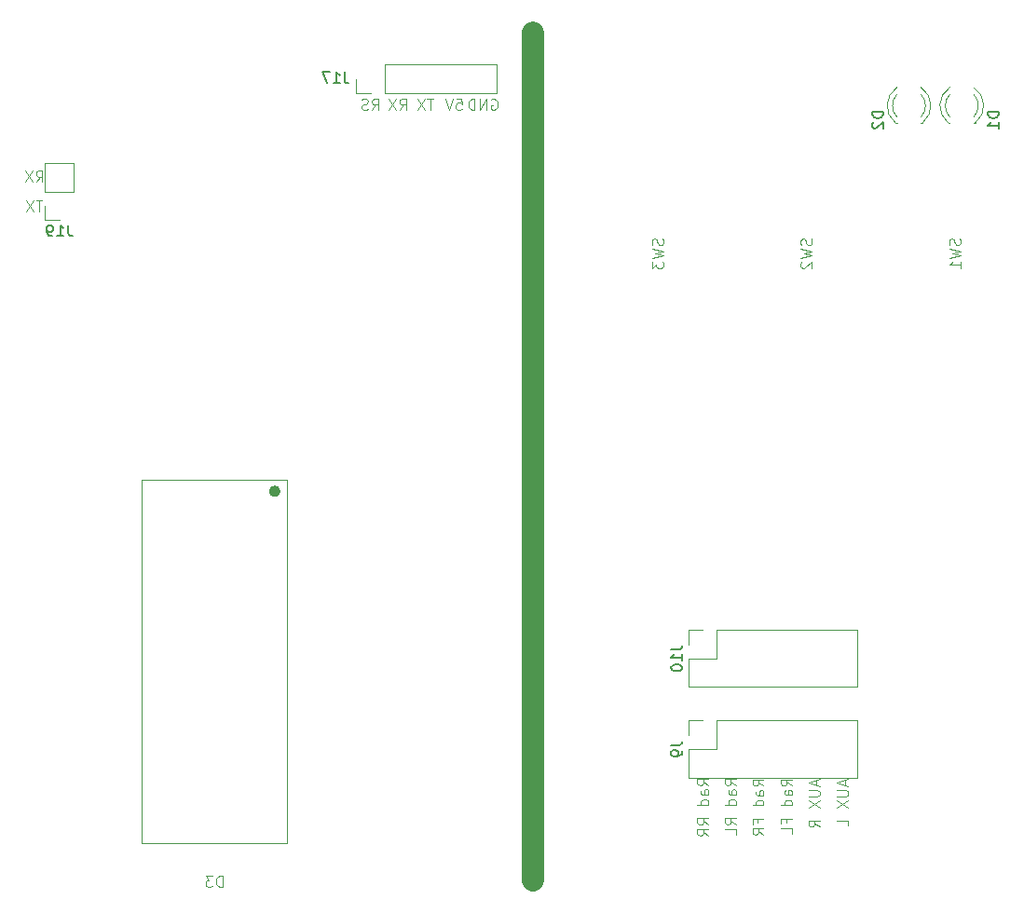
<source format=gbr>
%TF.GenerationSoftware,KiCad,Pcbnew,8.0.4-8.0.4-0~ubuntu24.04.1*%
%TF.CreationDate,2024-08-22T20:04:32-04:00*%
%TF.ProjectId,carinterface,63617269-6e74-4657-9266-6163652e6b69,rev?*%
%TF.SameCoordinates,Original*%
%TF.FileFunction,Legend,Bot*%
%TF.FilePolarity,Positive*%
%FSLAX46Y46*%
G04 Gerber Fmt 4.6, Leading zero omitted, Abs format (unit mm)*
G04 Created by KiCad (PCBNEW 8.0.4-8.0.4-0~ubuntu24.04.1) date 2024-08-22 20:04:32*
%MOMM*%
%LPD*%
G01*
G04 APERTURE LIST*
%ADD10C,2.000000*%
%ADD11C,0.100000*%
%ADD12C,0.150000*%
%ADD13C,0.120000*%
%ADD14C,0.550000*%
G04 APERTURE END LIST*
D10*
X72100000Y-37040000D02*
X72100000Y-114040000D01*
D11*
X63084836Y-43012419D02*
X62513408Y-43012419D01*
X62799122Y-44012419D02*
X62799122Y-43012419D01*
X62275312Y-43012419D02*
X61608646Y-44012419D01*
X61608646Y-43012419D02*
X62275312Y-44012419D01*
X93072419Y-105455162D02*
X92596228Y-105121829D01*
X93072419Y-104883734D02*
X92072419Y-104883734D01*
X92072419Y-104883734D02*
X92072419Y-105264686D01*
X92072419Y-105264686D02*
X92120038Y-105359924D01*
X92120038Y-105359924D02*
X92167657Y-105407543D01*
X92167657Y-105407543D02*
X92262895Y-105455162D01*
X92262895Y-105455162D02*
X92405752Y-105455162D01*
X92405752Y-105455162D02*
X92500990Y-105407543D01*
X92500990Y-105407543D02*
X92548609Y-105359924D01*
X92548609Y-105359924D02*
X92596228Y-105264686D01*
X92596228Y-105264686D02*
X92596228Y-104883734D01*
X93072419Y-106312305D02*
X92548609Y-106312305D01*
X92548609Y-106312305D02*
X92453371Y-106264686D01*
X92453371Y-106264686D02*
X92405752Y-106169448D01*
X92405752Y-106169448D02*
X92405752Y-105978972D01*
X92405752Y-105978972D02*
X92453371Y-105883734D01*
X93024800Y-106312305D02*
X93072419Y-106217067D01*
X93072419Y-106217067D02*
X93072419Y-105978972D01*
X93072419Y-105978972D02*
X93024800Y-105883734D01*
X93024800Y-105883734D02*
X92929561Y-105836115D01*
X92929561Y-105836115D02*
X92834323Y-105836115D01*
X92834323Y-105836115D02*
X92739085Y-105883734D01*
X92739085Y-105883734D02*
X92691466Y-105978972D01*
X92691466Y-105978972D02*
X92691466Y-106217067D01*
X92691466Y-106217067D02*
X92643847Y-106312305D01*
X93072419Y-107217067D02*
X92072419Y-107217067D01*
X93024800Y-107217067D02*
X93072419Y-107121829D01*
X93072419Y-107121829D02*
X93072419Y-106931353D01*
X93072419Y-106931353D02*
X93024800Y-106836115D01*
X93024800Y-106836115D02*
X92977180Y-106788496D01*
X92977180Y-106788496D02*
X92881942Y-106740877D01*
X92881942Y-106740877D02*
X92596228Y-106740877D01*
X92596228Y-106740877D02*
X92500990Y-106788496D01*
X92500990Y-106788496D02*
X92453371Y-106836115D01*
X92453371Y-106836115D02*
X92405752Y-106931353D01*
X92405752Y-106931353D02*
X92405752Y-107121829D01*
X92405752Y-107121829D02*
X92453371Y-107217067D01*
X92548609Y-108788496D02*
X92548609Y-108455163D01*
X93072419Y-108455163D02*
X92072419Y-108455163D01*
X92072419Y-108455163D02*
X92072419Y-108931353D01*
X93072419Y-109883734D02*
X92596228Y-109550401D01*
X93072419Y-109312306D02*
X92072419Y-109312306D01*
X92072419Y-109312306D02*
X92072419Y-109693258D01*
X92072419Y-109693258D02*
X92120038Y-109788496D01*
X92120038Y-109788496D02*
X92167657Y-109836115D01*
X92167657Y-109836115D02*
X92262895Y-109883734D01*
X92262895Y-109883734D02*
X92405752Y-109883734D01*
X92405752Y-109883734D02*
X92500990Y-109836115D01*
X92500990Y-109836115D02*
X92548609Y-109788496D01*
X92548609Y-109788496D02*
X92596228Y-109693258D01*
X92596228Y-109693258D02*
X92596228Y-109312306D01*
X97886704Y-104945639D02*
X97886704Y-105421829D01*
X98172419Y-104850401D02*
X97172419Y-105183734D01*
X97172419Y-105183734D02*
X98172419Y-105517067D01*
X97172419Y-105850401D02*
X97981942Y-105850401D01*
X97981942Y-105850401D02*
X98077180Y-105898020D01*
X98077180Y-105898020D02*
X98124800Y-105945639D01*
X98124800Y-105945639D02*
X98172419Y-106040877D01*
X98172419Y-106040877D02*
X98172419Y-106231353D01*
X98172419Y-106231353D02*
X98124800Y-106326591D01*
X98124800Y-106326591D02*
X98077180Y-106374210D01*
X98077180Y-106374210D02*
X97981942Y-106421829D01*
X97981942Y-106421829D02*
X97172419Y-106421829D01*
X97172419Y-106802782D02*
X98172419Y-107469448D01*
X97172419Y-107469448D02*
X98172419Y-106802782D01*
X98172419Y-109183734D02*
X97696228Y-108850401D01*
X98172419Y-108612306D02*
X97172419Y-108612306D01*
X97172419Y-108612306D02*
X97172419Y-108993258D01*
X97172419Y-108993258D02*
X97220038Y-109088496D01*
X97220038Y-109088496D02*
X97267657Y-109136115D01*
X97267657Y-109136115D02*
X97362895Y-109183734D01*
X97362895Y-109183734D02*
X97505752Y-109183734D01*
X97505752Y-109183734D02*
X97600990Y-109136115D01*
X97600990Y-109136115D02*
X97648609Y-109088496D01*
X97648609Y-109088496D02*
X97696228Y-108993258D01*
X97696228Y-108993258D02*
X97696228Y-108612306D01*
X26968670Y-50562920D02*
X27302003Y-50086729D01*
X27540098Y-50562920D02*
X27540098Y-49562920D01*
X27540098Y-49562920D02*
X27159146Y-49562920D01*
X27159146Y-49562920D02*
X27063908Y-49610539D01*
X27063908Y-49610539D02*
X27016289Y-49658158D01*
X27016289Y-49658158D02*
X26968670Y-49753396D01*
X26968670Y-49753396D02*
X26968670Y-49896253D01*
X26968670Y-49896253D02*
X27016289Y-49991491D01*
X27016289Y-49991491D02*
X27063908Y-50039110D01*
X27063908Y-50039110D02*
X27159146Y-50086729D01*
X27159146Y-50086729D02*
X27540098Y-50086729D01*
X26635336Y-49562920D02*
X25968670Y-50562920D01*
X25968670Y-49562920D02*
X26635336Y-50562920D01*
X90572419Y-105402781D02*
X90096228Y-105069448D01*
X90572419Y-104831353D02*
X89572419Y-104831353D01*
X89572419Y-104831353D02*
X89572419Y-105212305D01*
X89572419Y-105212305D02*
X89620038Y-105307543D01*
X89620038Y-105307543D02*
X89667657Y-105355162D01*
X89667657Y-105355162D02*
X89762895Y-105402781D01*
X89762895Y-105402781D02*
X89905752Y-105402781D01*
X89905752Y-105402781D02*
X90000990Y-105355162D01*
X90000990Y-105355162D02*
X90048609Y-105307543D01*
X90048609Y-105307543D02*
X90096228Y-105212305D01*
X90096228Y-105212305D02*
X90096228Y-104831353D01*
X90572419Y-106259924D02*
X90048609Y-106259924D01*
X90048609Y-106259924D02*
X89953371Y-106212305D01*
X89953371Y-106212305D02*
X89905752Y-106117067D01*
X89905752Y-106117067D02*
X89905752Y-105926591D01*
X89905752Y-105926591D02*
X89953371Y-105831353D01*
X90524800Y-106259924D02*
X90572419Y-106164686D01*
X90572419Y-106164686D02*
X90572419Y-105926591D01*
X90572419Y-105926591D02*
X90524800Y-105831353D01*
X90524800Y-105831353D02*
X90429561Y-105783734D01*
X90429561Y-105783734D02*
X90334323Y-105783734D01*
X90334323Y-105783734D02*
X90239085Y-105831353D01*
X90239085Y-105831353D02*
X90191466Y-105926591D01*
X90191466Y-105926591D02*
X90191466Y-106164686D01*
X90191466Y-106164686D02*
X90143847Y-106259924D01*
X90572419Y-107164686D02*
X89572419Y-107164686D01*
X90524800Y-107164686D02*
X90572419Y-107069448D01*
X90572419Y-107069448D02*
X90572419Y-106878972D01*
X90572419Y-106878972D02*
X90524800Y-106783734D01*
X90524800Y-106783734D02*
X90477180Y-106736115D01*
X90477180Y-106736115D02*
X90381942Y-106688496D01*
X90381942Y-106688496D02*
X90096228Y-106688496D01*
X90096228Y-106688496D02*
X90000990Y-106736115D01*
X90000990Y-106736115D02*
X89953371Y-106783734D01*
X89953371Y-106783734D02*
X89905752Y-106878972D01*
X89905752Y-106878972D02*
X89905752Y-107069448D01*
X89905752Y-107069448D02*
X89953371Y-107164686D01*
X90572419Y-108974210D02*
X90096228Y-108640877D01*
X90572419Y-108402782D02*
X89572419Y-108402782D01*
X89572419Y-108402782D02*
X89572419Y-108783734D01*
X89572419Y-108783734D02*
X89620038Y-108878972D01*
X89620038Y-108878972D02*
X89667657Y-108926591D01*
X89667657Y-108926591D02*
X89762895Y-108974210D01*
X89762895Y-108974210D02*
X89905752Y-108974210D01*
X89905752Y-108974210D02*
X90000990Y-108926591D01*
X90000990Y-108926591D02*
X90048609Y-108878972D01*
X90048609Y-108878972D02*
X90096228Y-108783734D01*
X90096228Y-108783734D02*
X90096228Y-108402782D01*
X90572419Y-109878972D02*
X90572419Y-109402782D01*
X90572419Y-109402782D02*
X89572419Y-109402782D01*
X60008646Y-44012419D02*
X60341979Y-43536228D01*
X60580074Y-44012419D02*
X60580074Y-43012419D01*
X60580074Y-43012419D02*
X60199122Y-43012419D01*
X60199122Y-43012419D02*
X60103884Y-43060038D01*
X60103884Y-43060038D02*
X60056265Y-43107657D01*
X60056265Y-43107657D02*
X60008646Y-43202895D01*
X60008646Y-43202895D02*
X60008646Y-43345752D01*
X60008646Y-43345752D02*
X60056265Y-43440990D01*
X60056265Y-43440990D02*
X60103884Y-43488609D01*
X60103884Y-43488609D02*
X60199122Y-43536228D01*
X60199122Y-43536228D02*
X60580074Y-43536228D01*
X59675312Y-43012419D02*
X59008646Y-44012419D01*
X59008646Y-43012419D02*
X59675312Y-44012419D01*
X100486704Y-104936115D02*
X100486704Y-105412305D01*
X100772419Y-104840877D02*
X99772419Y-105174210D01*
X99772419Y-105174210D02*
X100772419Y-105507543D01*
X99772419Y-105840877D02*
X100581942Y-105840877D01*
X100581942Y-105840877D02*
X100677180Y-105888496D01*
X100677180Y-105888496D02*
X100724800Y-105936115D01*
X100724800Y-105936115D02*
X100772419Y-106031353D01*
X100772419Y-106031353D02*
X100772419Y-106221829D01*
X100772419Y-106221829D02*
X100724800Y-106317067D01*
X100724800Y-106317067D02*
X100677180Y-106364686D01*
X100677180Y-106364686D02*
X100581942Y-106412305D01*
X100581942Y-106412305D02*
X99772419Y-106412305D01*
X99772419Y-106793258D02*
X100772419Y-107459924D01*
X99772419Y-107459924D02*
X100772419Y-106793258D01*
X100772419Y-109078972D02*
X100772419Y-108602782D01*
X100772419Y-108602782D02*
X99772419Y-108602782D01*
X68351503Y-43060038D02*
X68446741Y-43012419D01*
X68446741Y-43012419D02*
X68589598Y-43012419D01*
X68589598Y-43012419D02*
X68732455Y-43060038D01*
X68732455Y-43060038D02*
X68827693Y-43155276D01*
X68827693Y-43155276D02*
X68875312Y-43250514D01*
X68875312Y-43250514D02*
X68922931Y-43440990D01*
X68922931Y-43440990D02*
X68922931Y-43583847D01*
X68922931Y-43583847D02*
X68875312Y-43774323D01*
X68875312Y-43774323D02*
X68827693Y-43869561D01*
X68827693Y-43869561D02*
X68732455Y-43964800D01*
X68732455Y-43964800D02*
X68589598Y-44012419D01*
X68589598Y-44012419D02*
X68494360Y-44012419D01*
X68494360Y-44012419D02*
X68351503Y-43964800D01*
X68351503Y-43964800D02*
X68303884Y-43917180D01*
X68303884Y-43917180D02*
X68303884Y-43583847D01*
X68303884Y-43583847D02*
X68494360Y-43583847D01*
X67875312Y-44012419D02*
X67875312Y-43012419D01*
X67875312Y-43012419D02*
X67303884Y-44012419D01*
X67303884Y-44012419D02*
X67303884Y-43012419D01*
X66827693Y-44012419D02*
X66827693Y-43012419D01*
X66827693Y-43012419D02*
X66589598Y-43012419D01*
X66589598Y-43012419D02*
X66446741Y-43060038D01*
X66446741Y-43060038D02*
X66351503Y-43155276D01*
X66351503Y-43155276D02*
X66303884Y-43250514D01*
X66303884Y-43250514D02*
X66256265Y-43440990D01*
X66256265Y-43440990D02*
X66256265Y-43583847D01*
X66256265Y-43583847D02*
X66303884Y-43774323D01*
X66303884Y-43774323D02*
X66351503Y-43869561D01*
X66351503Y-43869561D02*
X66446741Y-43964800D01*
X66446741Y-43964800D02*
X66589598Y-44012419D01*
X66589598Y-44012419D02*
X66827693Y-44012419D01*
X88072419Y-105412305D02*
X87596228Y-105078972D01*
X88072419Y-104840877D02*
X87072419Y-104840877D01*
X87072419Y-104840877D02*
X87072419Y-105221829D01*
X87072419Y-105221829D02*
X87120038Y-105317067D01*
X87120038Y-105317067D02*
X87167657Y-105364686D01*
X87167657Y-105364686D02*
X87262895Y-105412305D01*
X87262895Y-105412305D02*
X87405752Y-105412305D01*
X87405752Y-105412305D02*
X87500990Y-105364686D01*
X87500990Y-105364686D02*
X87548609Y-105317067D01*
X87548609Y-105317067D02*
X87596228Y-105221829D01*
X87596228Y-105221829D02*
X87596228Y-104840877D01*
X88072419Y-106269448D02*
X87548609Y-106269448D01*
X87548609Y-106269448D02*
X87453371Y-106221829D01*
X87453371Y-106221829D02*
X87405752Y-106126591D01*
X87405752Y-106126591D02*
X87405752Y-105936115D01*
X87405752Y-105936115D02*
X87453371Y-105840877D01*
X88024800Y-106269448D02*
X88072419Y-106174210D01*
X88072419Y-106174210D02*
X88072419Y-105936115D01*
X88072419Y-105936115D02*
X88024800Y-105840877D01*
X88024800Y-105840877D02*
X87929561Y-105793258D01*
X87929561Y-105793258D02*
X87834323Y-105793258D01*
X87834323Y-105793258D02*
X87739085Y-105840877D01*
X87739085Y-105840877D02*
X87691466Y-105936115D01*
X87691466Y-105936115D02*
X87691466Y-106174210D01*
X87691466Y-106174210D02*
X87643847Y-106269448D01*
X88072419Y-107174210D02*
X87072419Y-107174210D01*
X88024800Y-107174210D02*
X88072419Y-107078972D01*
X88072419Y-107078972D02*
X88072419Y-106888496D01*
X88072419Y-106888496D02*
X88024800Y-106793258D01*
X88024800Y-106793258D02*
X87977180Y-106745639D01*
X87977180Y-106745639D02*
X87881942Y-106698020D01*
X87881942Y-106698020D02*
X87596228Y-106698020D01*
X87596228Y-106698020D02*
X87500990Y-106745639D01*
X87500990Y-106745639D02*
X87453371Y-106793258D01*
X87453371Y-106793258D02*
X87405752Y-106888496D01*
X87405752Y-106888496D02*
X87405752Y-107078972D01*
X87405752Y-107078972D02*
X87453371Y-107174210D01*
X88072419Y-108983734D02*
X87596228Y-108650401D01*
X88072419Y-108412306D02*
X87072419Y-108412306D01*
X87072419Y-108412306D02*
X87072419Y-108793258D01*
X87072419Y-108793258D02*
X87120038Y-108888496D01*
X87120038Y-108888496D02*
X87167657Y-108936115D01*
X87167657Y-108936115D02*
X87262895Y-108983734D01*
X87262895Y-108983734D02*
X87405752Y-108983734D01*
X87405752Y-108983734D02*
X87500990Y-108936115D01*
X87500990Y-108936115D02*
X87548609Y-108888496D01*
X87548609Y-108888496D02*
X87596228Y-108793258D01*
X87596228Y-108793258D02*
X87596228Y-108412306D01*
X88072419Y-109983734D02*
X87596228Y-109650401D01*
X88072419Y-109412306D02*
X87072419Y-109412306D01*
X87072419Y-109412306D02*
X87072419Y-109793258D01*
X87072419Y-109793258D02*
X87120038Y-109888496D01*
X87120038Y-109888496D02*
X87167657Y-109936115D01*
X87167657Y-109936115D02*
X87262895Y-109983734D01*
X87262895Y-109983734D02*
X87405752Y-109983734D01*
X87405752Y-109983734D02*
X87500990Y-109936115D01*
X87500990Y-109936115D02*
X87548609Y-109888496D01*
X87548609Y-109888496D02*
X87596228Y-109793258D01*
X87596228Y-109793258D02*
X87596228Y-109412306D01*
X57508646Y-44012419D02*
X57841979Y-43536228D01*
X58080074Y-44012419D02*
X58080074Y-43012419D01*
X58080074Y-43012419D02*
X57699122Y-43012419D01*
X57699122Y-43012419D02*
X57603884Y-43060038D01*
X57603884Y-43060038D02*
X57556265Y-43107657D01*
X57556265Y-43107657D02*
X57508646Y-43202895D01*
X57508646Y-43202895D02*
X57508646Y-43345752D01*
X57508646Y-43345752D02*
X57556265Y-43440990D01*
X57556265Y-43440990D02*
X57603884Y-43488609D01*
X57603884Y-43488609D02*
X57699122Y-43536228D01*
X57699122Y-43536228D02*
X58080074Y-43536228D01*
X57127693Y-43964800D02*
X56984836Y-44012419D01*
X56984836Y-44012419D02*
X56746741Y-44012419D01*
X56746741Y-44012419D02*
X56651503Y-43964800D01*
X56651503Y-43964800D02*
X56603884Y-43917180D01*
X56603884Y-43917180D02*
X56556265Y-43821942D01*
X56556265Y-43821942D02*
X56556265Y-43726704D01*
X56556265Y-43726704D02*
X56603884Y-43631466D01*
X56603884Y-43631466D02*
X56651503Y-43583847D01*
X56651503Y-43583847D02*
X56746741Y-43536228D01*
X56746741Y-43536228D02*
X56937217Y-43488609D01*
X56937217Y-43488609D02*
X57032455Y-43440990D01*
X57032455Y-43440990D02*
X57080074Y-43393371D01*
X57080074Y-43393371D02*
X57127693Y-43298133D01*
X57127693Y-43298133D02*
X57127693Y-43202895D01*
X57127693Y-43202895D02*
X57080074Y-43107657D01*
X57080074Y-43107657D02*
X57032455Y-43060038D01*
X57032455Y-43060038D02*
X56937217Y-43012419D01*
X56937217Y-43012419D02*
X56699122Y-43012419D01*
X56699122Y-43012419D02*
X56556265Y-43060038D01*
X27544860Y-52262920D02*
X26973432Y-52262920D01*
X27259146Y-53262920D02*
X27259146Y-52262920D01*
X26735336Y-52262920D02*
X26068670Y-53262920D01*
X26068670Y-52262920D02*
X26735336Y-53262920D01*
X95672419Y-105445638D02*
X95196228Y-105112305D01*
X95672419Y-104874210D02*
X94672419Y-104874210D01*
X94672419Y-104874210D02*
X94672419Y-105255162D01*
X94672419Y-105255162D02*
X94720038Y-105350400D01*
X94720038Y-105350400D02*
X94767657Y-105398019D01*
X94767657Y-105398019D02*
X94862895Y-105445638D01*
X94862895Y-105445638D02*
X95005752Y-105445638D01*
X95005752Y-105445638D02*
X95100990Y-105398019D01*
X95100990Y-105398019D02*
X95148609Y-105350400D01*
X95148609Y-105350400D02*
X95196228Y-105255162D01*
X95196228Y-105255162D02*
X95196228Y-104874210D01*
X95672419Y-106302781D02*
X95148609Y-106302781D01*
X95148609Y-106302781D02*
X95053371Y-106255162D01*
X95053371Y-106255162D02*
X95005752Y-106159924D01*
X95005752Y-106159924D02*
X95005752Y-105969448D01*
X95005752Y-105969448D02*
X95053371Y-105874210D01*
X95624800Y-106302781D02*
X95672419Y-106207543D01*
X95672419Y-106207543D02*
X95672419Y-105969448D01*
X95672419Y-105969448D02*
X95624800Y-105874210D01*
X95624800Y-105874210D02*
X95529561Y-105826591D01*
X95529561Y-105826591D02*
X95434323Y-105826591D01*
X95434323Y-105826591D02*
X95339085Y-105874210D01*
X95339085Y-105874210D02*
X95291466Y-105969448D01*
X95291466Y-105969448D02*
X95291466Y-106207543D01*
X95291466Y-106207543D02*
X95243847Y-106302781D01*
X95672419Y-107207543D02*
X94672419Y-107207543D01*
X95624800Y-107207543D02*
X95672419Y-107112305D01*
X95672419Y-107112305D02*
X95672419Y-106921829D01*
X95672419Y-106921829D02*
X95624800Y-106826591D01*
X95624800Y-106826591D02*
X95577180Y-106778972D01*
X95577180Y-106778972D02*
X95481942Y-106731353D01*
X95481942Y-106731353D02*
X95196228Y-106731353D01*
X95196228Y-106731353D02*
X95100990Y-106778972D01*
X95100990Y-106778972D02*
X95053371Y-106826591D01*
X95053371Y-106826591D02*
X95005752Y-106921829D01*
X95005752Y-106921829D02*
X95005752Y-107112305D01*
X95005752Y-107112305D02*
X95053371Y-107207543D01*
X95148609Y-108778972D02*
X95148609Y-108445639D01*
X95672419Y-108445639D02*
X94672419Y-108445639D01*
X94672419Y-108445639D02*
X94672419Y-108921829D01*
X95672419Y-109778972D02*
X95672419Y-109302782D01*
X95672419Y-109302782D02*
X94672419Y-109302782D01*
X65161027Y-43012419D02*
X65637217Y-43012419D01*
X65637217Y-43012419D02*
X65684836Y-43488609D01*
X65684836Y-43488609D02*
X65637217Y-43440990D01*
X65637217Y-43440990D02*
X65541979Y-43393371D01*
X65541979Y-43393371D02*
X65303884Y-43393371D01*
X65303884Y-43393371D02*
X65208646Y-43440990D01*
X65208646Y-43440990D02*
X65161027Y-43488609D01*
X65161027Y-43488609D02*
X65113408Y-43583847D01*
X65113408Y-43583847D02*
X65113408Y-43821942D01*
X65113408Y-43821942D02*
X65161027Y-43917180D01*
X65161027Y-43917180D02*
X65208646Y-43964800D01*
X65208646Y-43964800D02*
X65303884Y-44012419D01*
X65303884Y-44012419D02*
X65541979Y-44012419D01*
X65541979Y-44012419D02*
X65637217Y-43964800D01*
X65637217Y-43964800D02*
X65684836Y-43917180D01*
X64827693Y-43012419D02*
X64494360Y-44012419D01*
X64494360Y-44012419D02*
X64161027Y-43012419D01*
D12*
X84684819Y-101776666D02*
X85399104Y-101776666D01*
X85399104Y-101776666D02*
X85541961Y-101729047D01*
X85541961Y-101729047D02*
X85637200Y-101633809D01*
X85637200Y-101633809D02*
X85684819Y-101490952D01*
X85684819Y-101490952D02*
X85684819Y-101395714D01*
X85684819Y-102300476D02*
X85684819Y-102490952D01*
X85684819Y-102490952D02*
X85637200Y-102586190D01*
X85637200Y-102586190D02*
X85589580Y-102633809D01*
X85589580Y-102633809D02*
X85446723Y-102729047D01*
X85446723Y-102729047D02*
X85256247Y-102776666D01*
X85256247Y-102776666D02*
X84875295Y-102776666D01*
X84875295Y-102776666D02*
X84780057Y-102729047D01*
X84780057Y-102729047D02*
X84732438Y-102681428D01*
X84732438Y-102681428D02*
X84684819Y-102586190D01*
X84684819Y-102586190D02*
X84684819Y-102395714D01*
X84684819Y-102395714D02*
X84732438Y-102300476D01*
X84732438Y-102300476D02*
X84780057Y-102252857D01*
X84780057Y-102252857D02*
X84875295Y-102205238D01*
X84875295Y-102205238D02*
X85113390Y-102205238D01*
X85113390Y-102205238D02*
X85208628Y-102252857D01*
X85208628Y-102252857D02*
X85256247Y-102300476D01*
X85256247Y-102300476D02*
X85303866Y-102395714D01*
X85303866Y-102395714D02*
X85303866Y-102586190D01*
X85303866Y-102586190D02*
X85256247Y-102681428D01*
X85256247Y-102681428D02*
X85208628Y-102729047D01*
X85208628Y-102729047D02*
X85113390Y-102776666D01*
D11*
X83909800Y-55746667D02*
X83957419Y-55889524D01*
X83957419Y-55889524D02*
X83957419Y-56127619D01*
X83957419Y-56127619D02*
X83909800Y-56222857D01*
X83909800Y-56222857D02*
X83862180Y-56270476D01*
X83862180Y-56270476D02*
X83766942Y-56318095D01*
X83766942Y-56318095D02*
X83671704Y-56318095D01*
X83671704Y-56318095D02*
X83576466Y-56270476D01*
X83576466Y-56270476D02*
X83528847Y-56222857D01*
X83528847Y-56222857D02*
X83481228Y-56127619D01*
X83481228Y-56127619D02*
X83433609Y-55937143D01*
X83433609Y-55937143D02*
X83385990Y-55841905D01*
X83385990Y-55841905D02*
X83338371Y-55794286D01*
X83338371Y-55794286D02*
X83243133Y-55746667D01*
X83243133Y-55746667D02*
X83147895Y-55746667D01*
X83147895Y-55746667D02*
X83052657Y-55794286D01*
X83052657Y-55794286D02*
X83005038Y-55841905D01*
X83005038Y-55841905D02*
X82957419Y-55937143D01*
X82957419Y-55937143D02*
X82957419Y-56175238D01*
X82957419Y-56175238D02*
X83005038Y-56318095D01*
X82957419Y-56651429D02*
X83957419Y-56889524D01*
X83957419Y-56889524D02*
X83243133Y-57080000D01*
X83243133Y-57080000D02*
X83957419Y-57270476D01*
X83957419Y-57270476D02*
X82957419Y-57508572D01*
X82957419Y-57794286D02*
X82957419Y-58413333D01*
X82957419Y-58413333D02*
X83338371Y-58080000D01*
X83338371Y-58080000D02*
X83338371Y-58222857D01*
X83338371Y-58222857D02*
X83385990Y-58318095D01*
X83385990Y-58318095D02*
X83433609Y-58365714D01*
X83433609Y-58365714D02*
X83528847Y-58413333D01*
X83528847Y-58413333D02*
X83766942Y-58413333D01*
X83766942Y-58413333D02*
X83862180Y-58365714D01*
X83862180Y-58365714D02*
X83909800Y-58318095D01*
X83909800Y-58318095D02*
X83957419Y-58222857D01*
X83957419Y-58222857D02*
X83957419Y-57937143D01*
X83957419Y-57937143D02*
X83909800Y-57841905D01*
X83909800Y-57841905D02*
X83862180Y-57794286D01*
D12*
X84684819Y-93060476D02*
X85399104Y-93060476D01*
X85399104Y-93060476D02*
X85541961Y-93012857D01*
X85541961Y-93012857D02*
X85637200Y-92917619D01*
X85637200Y-92917619D02*
X85684819Y-92774762D01*
X85684819Y-92774762D02*
X85684819Y-92679524D01*
X85684819Y-94060476D02*
X85684819Y-93489048D01*
X85684819Y-93774762D02*
X84684819Y-93774762D01*
X84684819Y-93774762D02*
X84827676Y-93679524D01*
X84827676Y-93679524D02*
X84922914Y-93584286D01*
X84922914Y-93584286D02*
X84970533Y-93489048D01*
X84684819Y-94679524D02*
X84684819Y-94774762D01*
X84684819Y-94774762D02*
X84732438Y-94870000D01*
X84732438Y-94870000D02*
X84780057Y-94917619D01*
X84780057Y-94917619D02*
X84875295Y-94965238D01*
X84875295Y-94965238D02*
X85065771Y-95012857D01*
X85065771Y-95012857D02*
X85303866Y-95012857D01*
X85303866Y-95012857D02*
X85494342Y-94965238D01*
X85494342Y-94965238D02*
X85589580Y-94917619D01*
X85589580Y-94917619D02*
X85637200Y-94870000D01*
X85637200Y-94870000D02*
X85684819Y-94774762D01*
X85684819Y-94774762D02*
X85684819Y-94679524D01*
X85684819Y-94679524D02*
X85637200Y-94584286D01*
X85637200Y-94584286D02*
X85589580Y-94536667D01*
X85589580Y-94536667D02*
X85494342Y-94489048D01*
X85494342Y-94489048D02*
X85303866Y-94441429D01*
X85303866Y-94441429D02*
X85065771Y-94441429D01*
X85065771Y-94441429D02*
X84875295Y-94489048D01*
X84875295Y-94489048D02*
X84780057Y-94536667D01*
X84780057Y-94536667D02*
X84732438Y-94584286D01*
X84732438Y-94584286D02*
X84684819Y-94679524D01*
X114454819Y-44201905D02*
X113454819Y-44201905D01*
X113454819Y-44201905D02*
X113454819Y-44440000D01*
X113454819Y-44440000D02*
X113502438Y-44582857D01*
X113502438Y-44582857D02*
X113597676Y-44678095D01*
X113597676Y-44678095D02*
X113692914Y-44725714D01*
X113692914Y-44725714D02*
X113883390Y-44773333D01*
X113883390Y-44773333D02*
X114026247Y-44773333D01*
X114026247Y-44773333D02*
X114216723Y-44725714D01*
X114216723Y-44725714D02*
X114311961Y-44678095D01*
X114311961Y-44678095D02*
X114407200Y-44582857D01*
X114407200Y-44582857D02*
X114454819Y-44440000D01*
X114454819Y-44440000D02*
X114454819Y-44201905D01*
X114454819Y-45725714D02*
X114454819Y-45154286D01*
X114454819Y-45440000D02*
X113454819Y-45440000D01*
X113454819Y-45440000D02*
X113597676Y-45344762D01*
X113597676Y-45344762D02*
X113692914Y-45249524D01*
X113692914Y-45249524D02*
X113740533Y-45154286D01*
D11*
X110909800Y-55746667D02*
X110957419Y-55889524D01*
X110957419Y-55889524D02*
X110957419Y-56127619D01*
X110957419Y-56127619D02*
X110909800Y-56222857D01*
X110909800Y-56222857D02*
X110862180Y-56270476D01*
X110862180Y-56270476D02*
X110766942Y-56318095D01*
X110766942Y-56318095D02*
X110671704Y-56318095D01*
X110671704Y-56318095D02*
X110576466Y-56270476D01*
X110576466Y-56270476D02*
X110528847Y-56222857D01*
X110528847Y-56222857D02*
X110481228Y-56127619D01*
X110481228Y-56127619D02*
X110433609Y-55937143D01*
X110433609Y-55937143D02*
X110385990Y-55841905D01*
X110385990Y-55841905D02*
X110338371Y-55794286D01*
X110338371Y-55794286D02*
X110243133Y-55746667D01*
X110243133Y-55746667D02*
X110147895Y-55746667D01*
X110147895Y-55746667D02*
X110052657Y-55794286D01*
X110052657Y-55794286D02*
X110005038Y-55841905D01*
X110005038Y-55841905D02*
X109957419Y-55937143D01*
X109957419Y-55937143D02*
X109957419Y-56175238D01*
X109957419Y-56175238D02*
X110005038Y-56318095D01*
X109957419Y-56651429D02*
X110957419Y-56889524D01*
X110957419Y-56889524D02*
X110243133Y-57080000D01*
X110243133Y-57080000D02*
X110957419Y-57270476D01*
X110957419Y-57270476D02*
X109957419Y-57508572D01*
X110957419Y-58413333D02*
X110957419Y-57841905D01*
X110957419Y-58127619D02*
X109957419Y-58127619D01*
X109957419Y-58127619D02*
X110100276Y-58032381D01*
X110100276Y-58032381D02*
X110195514Y-57937143D01*
X110195514Y-57937143D02*
X110243133Y-57841905D01*
X43898070Y-114646918D02*
X43898070Y-113646918D01*
X43898070Y-113646918D02*
X43659975Y-113646918D01*
X43659975Y-113646918D02*
X43517118Y-113694537D01*
X43517118Y-113694537D02*
X43421880Y-113789775D01*
X43421880Y-113789775D02*
X43374261Y-113885013D01*
X43374261Y-113885013D02*
X43326642Y-114075489D01*
X43326642Y-114075489D02*
X43326642Y-114218346D01*
X43326642Y-114218346D02*
X43374261Y-114408822D01*
X43374261Y-114408822D02*
X43421880Y-114504060D01*
X43421880Y-114504060D02*
X43517118Y-114599299D01*
X43517118Y-114599299D02*
X43659975Y-114646918D01*
X43659975Y-114646918D02*
X43898070Y-114646918D01*
X42993308Y-113646918D02*
X42374261Y-113646918D01*
X42374261Y-113646918D02*
X42707594Y-114027870D01*
X42707594Y-114027870D02*
X42564737Y-114027870D01*
X42564737Y-114027870D02*
X42469499Y-114075489D01*
X42469499Y-114075489D02*
X42421880Y-114123108D01*
X42421880Y-114123108D02*
X42374261Y-114218346D01*
X42374261Y-114218346D02*
X42374261Y-114456441D01*
X42374261Y-114456441D02*
X42421880Y-114551679D01*
X42421880Y-114551679D02*
X42469499Y-114599299D01*
X42469499Y-114599299D02*
X42564737Y-114646918D01*
X42564737Y-114646918D02*
X42850451Y-114646918D01*
X42850451Y-114646918D02*
X42945689Y-114599299D01*
X42945689Y-114599299D02*
X42993308Y-114551679D01*
D12*
X55009523Y-40594819D02*
X55009523Y-41309104D01*
X55009523Y-41309104D02*
X55057142Y-41451961D01*
X55057142Y-41451961D02*
X55152380Y-41547200D01*
X55152380Y-41547200D02*
X55295237Y-41594819D01*
X55295237Y-41594819D02*
X55390475Y-41594819D01*
X54009523Y-41594819D02*
X54580951Y-41594819D01*
X54295237Y-41594819D02*
X54295237Y-40594819D01*
X54295237Y-40594819D02*
X54390475Y-40737676D01*
X54390475Y-40737676D02*
X54485713Y-40832914D01*
X54485713Y-40832914D02*
X54580951Y-40880533D01*
X53676189Y-40594819D02*
X53009523Y-40594819D01*
X53009523Y-40594819D02*
X53438094Y-41594819D01*
X103954819Y-44201905D02*
X102954819Y-44201905D01*
X102954819Y-44201905D02*
X102954819Y-44440000D01*
X102954819Y-44440000D02*
X103002438Y-44582857D01*
X103002438Y-44582857D02*
X103097676Y-44678095D01*
X103097676Y-44678095D02*
X103192914Y-44725714D01*
X103192914Y-44725714D02*
X103383390Y-44773333D01*
X103383390Y-44773333D02*
X103526247Y-44773333D01*
X103526247Y-44773333D02*
X103716723Y-44725714D01*
X103716723Y-44725714D02*
X103811961Y-44678095D01*
X103811961Y-44678095D02*
X103907200Y-44582857D01*
X103907200Y-44582857D02*
X103954819Y-44440000D01*
X103954819Y-44440000D02*
X103954819Y-44201905D01*
X103050057Y-45154286D02*
X103002438Y-45201905D01*
X103002438Y-45201905D02*
X102954819Y-45297143D01*
X102954819Y-45297143D02*
X102954819Y-45535238D01*
X102954819Y-45535238D02*
X103002438Y-45630476D01*
X103002438Y-45630476D02*
X103050057Y-45678095D01*
X103050057Y-45678095D02*
X103145295Y-45725714D01*
X103145295Y-45725714D02*
X103240533Y-45725714D01*
X103240533Y-45725714D02*
X103383390Y-45678095D01*
X103383390Y-45678095D02*
X103954819Y-45106667D01*
X103954819Y-45106667D02*
X103954819Y-45725714D01*
X29909523Y-54499819D02*
X29909523Y-55214104D01*
X29909523Y-55214104D02*
X29957142Y-55356961D01*
X29957142Y-55356961D02*
X30052380Y-55452200D01*
X30052380Y-55452200D02*
X30195237Y-55499819D01*
X30195237Y-55499819D02*
X30290475Y-55499819D01*
X28909523Y-55499819D02*
X29480951Y-55499819D01*
X29195237Y-55499819D02*
X29195237Y-54499819D01*
X29195237Y-54499819D02*
X29290475Y-54642676D01*
X29290475Y-54642676D02*
X29385713Y-54737914D01*
X29385713Y-54737914D02*
X29480951Y-54785533D01*
X28433332Y-55499819D02*
X28242856Y-55499819D01*
X28242856Y-55499819D02*
X28147618Y-55452200D01*
X28147618Y-55452200D02*
X28099999Y-55404580D01*
X28099999Y-55404580D02*
X28004761Y-55261723D01*
X28004761Y-55261723D02*
X27957142Y-55071247D01*
X27957142Y-55071247D02*
X27957142Y-54690295D01*
X27957142Y-54690295D02*
X28004761Y-54595057D01*
X28004761Y-54595057D02*
X28052380Y-54547438D01*
X28052380Y-54547438D02*
X28147618Y-54499819D01*
X28147618Y-54499819D02*
X28338094Y-54499819D01*
X28338094Y-54499819D02*
X28433332Y-54547438D01*
X28433332Y-54547438D02*
X28480951Y-54595057D01*
X28480951Y-54595057D02*
X28528570Y-54690295D01*
X28528570Y-54690295D02*
X28528570Y-54928390D01*
X28528570Y-54928390D02*
X28480951Y-55023628D01*
X28480951Y-55023628D02*
X28433332Y-55071247D01*
X28433332Y-55071247D02*
X28338094Y-55118866D01*
X28338094Y-55118866D02*
X28147618Y-55118866D01*
X28147618Y-55118866D02*
X28052380Y-55071247D01*
X28052380Y-55071247D02*
X28004761Y-55023628D01*
X28004761Y-55023628D02*
X27957142Y-54928390D01*
D11*
X97409800Y-55746667D02*
X97457419Y-55889524D01*
X97457419Y-55889524D02*
X97457419Y-56127619D01*
X97457419Y-56127619D02*
X97409800Y-56222857D01*
X97409800Y-56222857D02*
X97362180Y-56270476D01*
X97362180Y-56270476D02*
X97266942Y-56318095D01*
X97266942Y-56318095D02*
X97171704Y-56318095D01*
X97171704Y-56318095D02*
X97076466Y-56270476D01*
X97076466Y-56270476D02*
X97028847Y-56222857D01*
X97028847Y-56222857D02*
X96981228Y-56127619D01*
X96981228Y-56127619D02*
X96933609Y-55937143D01*
X96933609Y-55937143D02*
X96885990Y-55841905D01*
X96885990Y-55841905D02*
X96838371Y-55794286D01*
X96838371Y-55794286D02*
X96743133Y-55746667D01*
X96743133Y-55746667D02*
X96647895Y-55746667D01*
X96647895Y-55746667D02*
X96552657Y-55794286D01*
X96552657Y-55794286D02*
X96505038Y-55841905D01*
X96505038Y-55841905D02*
X96457419Y-55937143D01*
X96457419Y-55937143D02*
X96457419Y-56175238D01*
X96457419Y-56175238D02*
X96505038Y-56318095D01*
X96457419Y-56651429D02*
X97457419Y-56889524D01*
X97457419Y-56889524D02*
X96743133Y-57080000D01*
X96743133Y-57080000D02*
X97457419Y-57270476D01*
X97457419Y-57270476D02*
X96457419Y-57508572D01*
X96552657Y-57841905D02*
X96505038Y-57889524D01*
X96505038Y-57889524D02*
X96457419Y-57984762D01*
X96457419Y-57984762D02*
X96457419Y-58222857D01*
X96457419Y-58222857D02*
X96505038Y-58318095D01*
X96505038Y-58318095D02*
X96552657Y-58365714D01*
X96552657Y-58365714D02*
X96647895Y-58413333D01*
X96647895Y-58413333D02*
X96743133Y-58413333D01*
X96743133Y-58413333D02*
X96885990Y-58365714D01*
X96885990Y-58365714D02*
X97457419Y-57794286D01*
X97457419Y-57794286D02*
X97457419Y-58413333D01*
D13*
%TO.C,J9*%
X86230000Y-100840000D02*
X86230000Y-99510000D01*
X86230000Y-99510000D02*
X87560000Y-99510000D01*
X101590000Y-99510000D02*
X88830000Y-99510000D01*
X88830000Y-102110000D02*
X88830000Y-99510000D01*
X101590000Y-104710000D02*
X101590000Y-99510000D01*
X86230000Y-104710000D02*
X86230000Y-102110000D01*
X86230000Y-102110000D02*
X88830000Y-102110000D01*
X101590000Y-104710000D02*
X86230000Y-104710000D01*
%TO.C,J10*%
X86230000Y-92600000D02*
X86230000Y-91270000D01*
X86230000Y-91270000D02*
X87560000Y-91270000D01*
X101590000Y-91270000D02*
X88830000Y-91270000D01*
X88830000Y-93870000D02*
X88830000Y-91270000D01*
X101590000Y-96470000D02*
X101590000Y-91270000D01*
X86230000Y-96470000D02*
X86230000Y-93870000D01*
X86230000Y-93870000D02*
X88830000Y-93870000D01*
X101590000Y-96470000D02*
X86230000Y-96470000D01*
%TO.C,D1*%
X112180000Y-45205000D02*
X112336000Y-45205000D01*
X109864000Y-45205000D02*
X110020000Y-45205000D01*
X112178608Y-41972665D02*
G75*
G02*
X112335516Y-45205000I-1078608J-1672335D01*
G01*
X112179837Y-42603870D02*
G75*
G02*
X112180000Y-44685961I-1079837J-1041130D01*
G01*
X110020000Y-44685961D02*
G75*
G02*
X110020163Y-42603870I1080000J1040961D01*
G01*
X109864484Y-45205000D02*
G75*
G02*
X110021392Y-41972665I1235516J1560000D01*
G01*
%TO.C,D3*%
D11*
X36539976Y-110699499D02*
X49779976Y-110699499D01*
X49779976Y-77679499D01*
X36539976Y-77679499D01*
X36539976Y-110699499D01*
D14*
X48934976Y-78689499D02*
G75*
G02*
X48384976Y-78689499I-275000J0D01*
G01*
X48384976Y-78689499D02*
G75*
G02*
X48934976Y-78689499I275000J0D01*
G01*
D13*
%TO.C,J17*%
X68849976Y-39879499D02*
X58629976Y-39879499D01*
X58629976Y-42539499D02*
X58629976Y-39879499D01*
X68849976Y-42539499D02*
X68849976Y-39879499D01*
X56029976Y-42539499D02*
X56029976Y-41209499D01*
X57359976Y-42539499D02*
X56029976Y-42539499D01*
X68849976Y-42539499D02*
X58629976Y-42539499D01*
%TO.C,D2*%
X107380000Y-45205000D02*
X107536000Y-45205000D01*
X105064000Y-45205000D02*
X105220000Y-45205000D01*
X107378608Y-41972665D02*
G75*
G02*
X107535516Y-45205000I-1078608J-1672335D01*
G01*
X107379837Y-42603870D02*
G75*
G02*
X107380000Y-44685961I-1079837J-1041130D01*
G01*
X105220000Y-44685961D02*
G75*
G02*
X105220163Y-42603870I1080000J1040961D01*
G01*
X105064484Y-45205000D02*
G75*
G02*
X105221392Y-41972665I1235516J1560000D01*
G01*
%TO.C,J19*%
X29100000Y-54045000D02*
X27770000Y-54045000D01*
X27770000Y-54045000D02*
X27770000Y-52715000D01*
X27770000Y-48845000D02*
X27770000Y-51445000D01*
X30430000Y-51445000D02*
X27770000Y-51445000D01*
X30430000Y-48845000D02*
X27770000Y-48845000D01*
X30430000Y-48845000D02*
X30430000Y-51445000D01*
%TD*%
M02*

</source>
